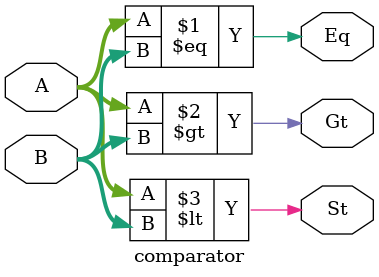
<source format=v>
`timescale 1ns/1ps
module comparator(Eq,Gt,St,A,B);
    input [3:0] A,B;
    output Eq,Gt,St;

    assign Eq = (A==B);
    assign Gt = (A>B);
    assign St = (A<B);

endmodule

</source>
